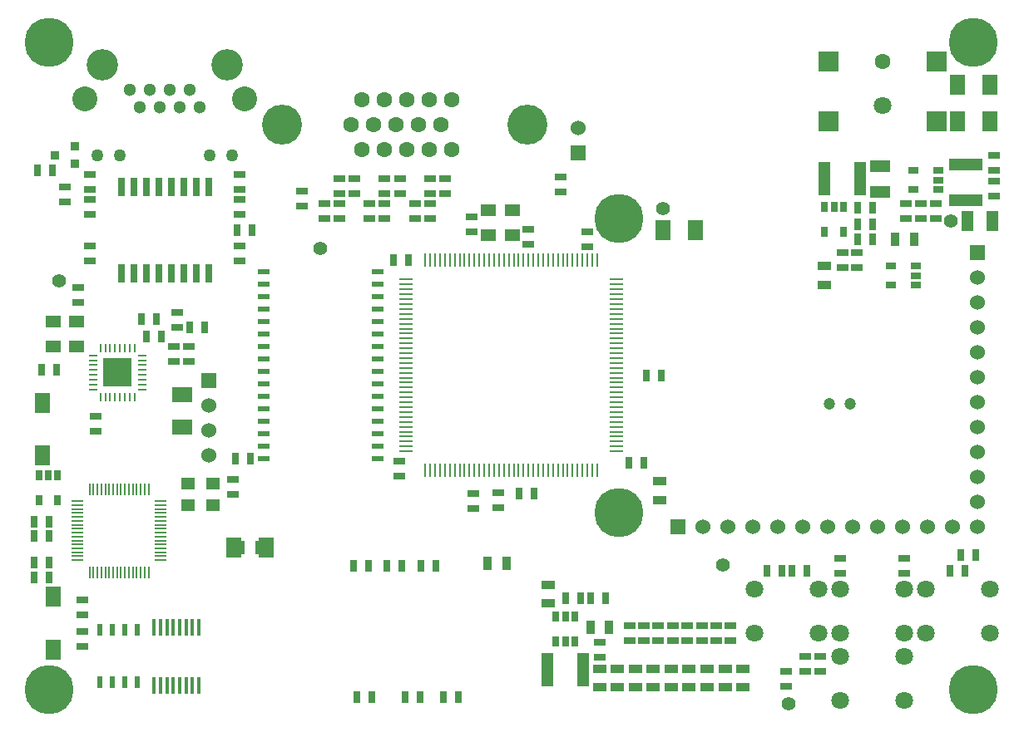
<source format=gts>
G04 (created by PCBNEW (2013-mar-13)-stable) date Thu 30 Jun 2016 11:10:47 AM CEST*
%MOIN*%
G04 Gerber Fmt 3.4, Leading zero omitted, Abs format*
%FSLAX34Y34*%
G01*
G70*
G90*
G04 APERTURE LIST*
%ADD10C,0.005906*%
%ADD11C,0.051181*%
%ADD12C,0.125984*%
%ADD13C,0.100000*%
%ADD14C,0.050000*%
%ADD15C,0.160000*%
%ADD16C,0.063000*%
%ADD17R,0.053100X0.011400*%
%ADD18R,0.011400X0.053100*%
%ADD19R,0.031500X0.074800*%
%ADD20R,0.008063X0.047200*%
%ADD21R,0.047200X0.008063*%
%ADD22R,0.033500X0.011000*%
%ADD23R,0.011000X0.033500*%
%ADD24R,0.118100X0.118100*%
%ADD25R,0.045000X0.025000*%
%ADD26R,0.025000X0.045000*%
%ADD27R,0.050000X0.023622*%
%ADD28R,0.027600X0.039400*%
%ADD29R,0.051181X0.133858*%
%ADD30R,0.020000X0.045000*%
%ADD31R,0.035000X0.055000*%
%ADD32R,0.055000X0.035000*%
%ADD33R,0.059055X0.078740*%
%ADD34R,0.011800X0.070100*%
%ADD35R,0.080000X0.060000*%
%ADD36R,0.078740X0.078740*%
%ADD37C,0.062992*%
%ADD38C,0.070866*%
%ADD39R,0.060000X0.080000*%
%ADD40R,0.133858X0.051181*%
%ADD41R,0.039400X0.027600*%
%ADD42R,0.047200X0.078700*%
%ADD43R,0.055100X0.047200*%
%ADD44R,0.036000X0.036000*%
%ADD45R,0.060000X0.060000*%
%ADD46C,0.060000*%
%ADD47R,0.078700X0.047200*%
%ADD48C,0.196850*%
%ADD49C,0.055100*%
%ADD50C,0.070900*%
%ADD51C,0.047200*%
%ADD52R,0.059055X0.048800*%
G04 APERTURE END LIST*
G54D10*
G54D11*
X44570Y-22810D03*
X45775Y-23510D03*
X44972Y-23510D03*
X43767Y-22810D03*
X44169Y-23510D03*
X45374Y-22810D03*
X46578Y-23510D03*
X46177Y-22810D03*
G54D12*
X47673Y-21810D03*
X42673Y-21810D03*
G54D13*
X48374Y-23160D03*
X41972Y-23160D03*
G54D14*
X47874Y-25424D03*
X46972Y-25424D03*
X43374Y-25424D03*
X42472Y-25424D03*
G54D15*
X49854Y-24190D03*
X59696Y-24190D03*
G54D16*
X56677Y-23190D03*
X56226Y-24190D03*
X55775Y-23190D03*
X54874Y-23190D03*
X53972Y-23190D03*
X53070Y-23190D03*
X55324Y-24190D03*
X54423Y-24190D03*
X53521Y-24190D03*
X52620Y-24190D03*
X56677Y-25190D03*
X55775Y-25190D03*
X54874Y-25190D03*
X53972Y-25190D03*
X53070Y-25190D03*
G54D17*
X54833Y-30413D03*
X54833Y-30610D03*
X54833Y-30807D03*
X54833Y-31004D03*
X54833Y-31201D03*
X54833Y-31397D03*
X54833Y-31594D03*
X54833Y-31791D03*
X54833Y-31988D03*
X54833Y-32185D03*
X54833Y-32382D03*
X54833Y-32578D03*
X54833Y-32775D03*
X54833Y-32972D03*
X54833Y-33169D03*
X54833Y-33366D03*
X54833Y-33563D03*
X54833Y-33760D03*
X54833Y-33956D03*
X54833Y-34153D03*
X54833Y-34350D03*
X54833Y-34547D03*
X54833Y-34744D03*
X54833Y-34941D03*
X54833Y-35138D03*
X54833Y-35334D03*
X54833Y-35531D03*
X54833Y-35728D03*
X54833Y-35925D03*
X54833Y-36122D03*
X54833Y-36319D03*
X54833Y-36515D03*
X54833Y-36712D03*
X54833Y-36909D03*
X54833Y-37106D03*
X54833Y-37303D03*
G54D18*
X55610Y-38080D03*
X55807Y-38080D03*
X56004Y-38080D03*
X56201Y-38080D03*
X56398Y-38080D03*
X56594Y-38080D03*
X56791Y-38080D03*
X56988Y-38080D03*
X57185Y-38080D03*
X57382Y-38080D03*
X57579Y-38080D03*
X57775Y-38080D03*
X57972Y-38080D03*
X58169Y-38080D03*
X58366Y-38080D03*
X58563Y-38080D03*
X58760Y-38080D03*
X58957Y-38080D03*
X59153Y-38080D03*
X59350Y-38080D03*
X59547Y-38080D03*
X59744Y-38080D03*
X59941Y-38080D03*
X60138Y-38080D03*
X60335Y-38080D03*
X60531Y-38080D03*
X60728Y-38080D03*
X60925Y-38080D03*
X61122Y-38080D03*
X61319Y-38080D03*
X61516Y-38080D03*
X61712Y-38080D03*
X61909Y-38080D03*
X62106Y-38080D03*
X62303Y-38080D03*
X62500Y-38080D03*
G54D17*
X63277Y-37303D03*
X63277Y-37106D03*
X63277Y-36909D03*
X63277Y-36712D03*
X63277Y-36515D03*
X63277Y-36319D03*
X63277Y-36122D03*
X63277Y-35925D03*
X63277Y-35728D03*
X63277Y-35531D03*
X63277Y-35334D03*
X63277Y-35138D03*
X63277Y-34941D03*
X63277Y-34744D03*
X63277Y-34547D03*
X63277Y-34350D03*
X63277Y-34153D03*
X63277Y-33956D03*
X63277Y-33760D03*
X63277Y-33563D03*
X63277Y-33366D03*
X63277Y-33169D03*
X63277Y-32972D03*
X63277Y-32775D03*
X63277Y-32578D03*
X63277Y-32382D03*
X63277Y-32185D03*
X63277Y-31988D03*
X63277Y-31791D03*
X63277Y-31594D03*
X63277Y-31397D03*
X63277Y-31201D03*
X63277Y-31004D03*
X63277Y-30807D03*
X63277Y-30610D03*
X63277Y-30413D03*
G54D18*
X62500Y-29636D03*
X62303Y-29636D03*
X62106Y-29636D03*
X61909Y-29636D03*
X61712Y-29636D03*
X61516Y-29636D03*
X61319Y-29636D03*
X61122Y-29636D03*
X60925Y-29636D03*
X60728Y-29636D03*
X60531Y-29636D03*
X60335Y-29636D03*
X60138Y-29636D03*
X59941Y-29636D03*
X59744Y-29636D03*
X59547Y-29636D03*
X59350Y-29636D03*
X59153Y-29636D03*
X58957Y-29636D03*
X58760Y-29636D03*
X58563Y-29636D03*
X58366Y-29636D03*
X58169Y-29636D03*
X57972Y-29636D03*
X57775Y-29636D03*
X57579Y-29636D03*
X57382Y-29636D03*
X57185Y-29636D03*
X56988Y-29636D03*
X56791Y-29636D03*
X56594Y-29636D03*
X56398Y-29636D03*
X56201Y-29636D03*
X56004Y-29636D03*
X55807Y-29636D03*
X55610Y-29636D03*
G54D19*
X44923Y-30154D03*
X45423Y-30154D03*
X45923Y-30154D03*
X44423Y-30154D03*
X46423Y-30154D03*
X43923Y-30154D03*
X43423Y-30154D03*
X46923Y-30154D03*
X43423Y-26706D03*
X46923Y-26706D03*
X46423Y-26706D03*
X45923Y-26706D03*
X45423Y-26706D03*
X44923Y-26706D03*
X44423Y-26706D03*
X43923Y-26706D03*
G54D20*
X44521Y-38817D03*
X44363Y-38817D03*
X44206Y-38817D03*
X44048Y-38817D03*
X43891Y-38817D03*
X43733Y-38817D03*
X43576Y-38817D03*
X43418Y-38817D03*
X43261Y-38817D03*
X43103Y-38817D03*
X42946Y-38817D03*
X42788Y-38817D03*
X42631Y-38817D03*
X42473Y-38817D03*
X42316Y-38817D03*
X42158Y-38817D03*
G54D21*
X41667Y-39308D03*
X41667Y-39466D03*
X41667Y-39623D03*
X41667Y-39781D03*
X41667Y-39938D03*
X41667Y-40096D03*
X41667Y-40253D03*
X41667Y-40411D03*
G54D20*
X42158Y-42163D03*
X42316Y-42163D03*
X42473Y-42163D03*
X42631Y-42163D03*
X42788Y-42163D03*
X42946Y-42163D03*
X43103Y-42163D03*
X43261Y-42163D03*
X43418Y-42163D03*
X43576Y-42163D03*
X43733Y-42163D03*
X43891Y-42163D03*
G54D21*
X45013Y-41671D03*
X45013Y-41513D03*
X45013Y-41356D03*
X45013Y-41198D03*
X45013Y-41041D03*
X45013Y-40883D03*
X45013Y-40726D03*
X45013Y-40568D03*
X45013Y-40411D03*
X45013Y-40253D03*
X45013Y-40096D03*
X45013Y-39938D03*
X41667Y-40568D03*
X41667Y-40726D03*
X41667Y-40883D03*
X41667Y-41041D03*
X41667Y-41198D03*
X41667Y-41356D03*
X41667Y-41513D03*
X41667Y-41671D03*
G54D20*
X44048Y-42163D03*
X44206Y-42163D03*
X44363Y-42163D03*
X44521Y-42163D03*
G54D21*
X45013Y-39781D03*
X45013Y-39623D03*
X45013Y-39466D03*
X45013Y-39308D03*
G54D22*
X42296Y-34829D03*
G54D23*
X42591Y-35124D03*
G54D22*
X44264Y-34829D03*
X44264Y-34632D03*
X44264Y-34435D03*
X44264Y-34238D03*
X44264Y-33845D03*
X44264Y-33648D03*
G54D23*
X43182Y-33156D03*
G54D22*
X44264Y-33451D03*
G54D23*
X43969Y-33156D03*
X43772Y-33156D03*
X43575Y-33156D03*
X43378Y-33156D03*
X42985Y-33156D03*
X42788Y-33156D03*
X42591Y-33156D03*
G54D22*
X42296Y-33451D03*
X42296Y-33648D03*
X42296Y-33845D03*
X42296Y-34042D03*
X42296Y-34238D03*
X42296Y-34435D03*
X42296Y-34632D03*
G54D24*
X43280Y-34140D03*
G54D22*
X44264Y-34042D03*
G54D23*
X43969Y-35124D03*
X43772Y-35124D03*
X43575Y-35124D03*
X43378Y-35124D03*
X43182Y-35124D03*
X42985Y-35124D03*
X42788Y-35124D03*
G54D25*
X42170Y-29060D03*
X42170Y-29660D03*
X48170Y-29060D03*
X48170Y-29660D03*
X51570Y-27380D03*
X51570Y-27980D03*
X52170Y-27980D03*
X52170Y-27380D03*
X52170Y-26980D03*
X52170Y-26380D03*
X52770Y-26980D03*
X52770Y-26380D03*
X53370Y-27380D03*
X53370Y-27980D03*
X53970Y-27980D03*
X53970Y-27380D03*
X53970Y-26980D03*
X53970Y-26380D03*
X54590Y-26980D03*
X54590Y-26380D03*
X55190Y-27380D03*
X55190Y-27980D03*
X55790Y-27980D03*
X55790Y-27380D03*
X55790Y-26980D03*
X55790Y-26380D03*
X56390Y-26980D03*
X56390Y-26380D03*
X48170Y-27200D03*
X48170Y-27800D03*
X42170Y-27800D03*
X42170Y-27200D03*
X42170Y-26800D03*
X42170Y-26200D03*
X48170Y-26200D03*
X48170Y-26800D03*
X45530Y-33710D03*
X45530Y-33110D03*
G54D26*
X44430Y-32690D03*
X45030Y-32690D03*
X46760Y-32340D03*
X46160Y-32340D03*
X40850Y-34030D03*
X40250Y-34030D03*
G54D25*
X46130Y-33110D03*
X46130Y-33710D03*
G54D26*
X44220Y-32010D03*
X44820Y-32010D03*
G54D25*
X45660Y-32340D03*
X45660Y-31740D03*
G54D27*
X49126Y-31608D03*
X49126Y-32108D03*
X49126Y-32608D03*
X49126Y-33108D03*
X49126Y-33608D03*
X49126Y-35608D03*
X49126Y-36108D03*
X49126Y-36608D03*
X49126Y-37108D03*
X49126Y-37608D03*
X53693Y-37608D03*
X53693Y-37108D03*
X53693Y-36608D03*
X53693Y-36108D03*
X53693Y-35608D03*
X53693Y-33608D03*
X53693Y-33108D03*
X53693Y-32608D03*
X53693Y-32108D03*
X53693Y-31608D03*
X53693Y-31108D03*
X53693Y-30608D03*
X53693Y-30108D03*
X53693Y-35108D03*
X53693Y-34608D03*
X53693Y-34108D03*
X49126Y-35108D03*
X49126Y-34608D03*
X49126Y-34108D03*
X49126Y-31108D03*
X49126Y-30608D03*
X49126Y-30108D03*
G54D26*
X53460Y-47160D03*
X52860Y-47160D03*
X54800Y-47160D03*
X55400Y-47160D03*
X53330Y-41890D03*
X52730Y-41890D03*
X61220Y-43210D03*
X61820Y-43210D03*
X62220Y-43210D03*
X62820Y-43210D03*
X54680Y-41890D03*
X54080Y-41890D03*
G54D28*
X60845Y-43940D03*
X61220Y-43940D03*
X61595Y-43940D03*
X61595Y-44940D03*
X61220Y-44940D03*
X60845Y-44940D03*
G54D29*
X61923Y-46055D03*
X60506Y-46055D03*
G54D30*
X42560Y-44480D03*
X42560Y-46580D03*
X43060Y-44480D03*
X43560Y-44480D03*
X44060Y-44480D03*
X43060Y-46580D03*
X43560Y-46580D03*
X44060Y-46580D03*
G54D26*
X64360Y-37780D03*
X63760Y-37780D03*
G54D31*
X62225Y-44350D03*
X62975Y-44350D03*
G54D32*
X60525Y-42655D03*
X60525Y-43405D03*
G54D26*
X56030Y-41890D03*
X55430Y-41890D03*
X40530Y-42360D03*
X39930Y-42360D03*
X39930Y-41760D03*
X40530Y-41760D03*
G54D33*
X40700Y-45272D03*
X40700Y-43147D03*
G54D34*
X44744Y-46699D03*
X45000Y-46699D03*
X45256Y-46699D03*
X45512Y-46699D03*
X45767Y-46699D03*
X46023Y-46699D03*
X46279Y-46699D03*
X46535Y-46699D03*
X46535Y-44361D03*
X46279Y-44361D03*
X46023Y-44361D03*
X45767Y-44361D03*
X45512Y-44361D03*
X45256Y-44361D03*
X45000Y-44361D03*
X44744Y-44361D03*
G54D35*
X45860Y-35020D03*
X45860Y-36320D03*
G54D26*
X40530Y-40120D03*
X39930Y-40120D03*
G54D33*
X40280Y-35354D03*
X40280Y-37480D03*
G54D36*
X76115Y-21660D03*
X71784Y-21660D03*
G54D37*
X73950Y-21660D03*
G54D36*
X76115Y-24081D03*
X71784Y-24081D03*
G54D38*
X73950Y-23431D03*
G54D32*
X68340Y-46015D03*
X68340Y-46765D03*
G54D25*
X67850Y-44310D03*
X67850Y-44910D03*
G54D32*
X63300Y-46015D03*
X63300Y-46765D03*
G54D25*
X63790Y-44310D03*
X63790Y-44910D03*
X67270Y-44310D03*
X67270Y-44910D03*
X66690Y-44310D03*
X66690Y-44910D03*
X66110Y-44310D03*
X66110Y-44910D03*
X65530Y-44310D03*
X65530Y-44910D03*
X64950Y-44310D03*
X64950Y-44910D03*
X64370Y-44310D03*
X64370Y-44910D03*
G54D32*
X67620Y-46015D03*
X67620Y-46765D03*
X66900Y-46015D03*
X66900Y-46765D03*
X66180Y-46015D03*
X66180Y-46765D03*
X65460Y-46015D03*
X65460Y-46765D03*
X64740Y-46015D03*
X64740Y-46765D03*
X64020Y-46015D03*
X64020Y-46765D03*
G54D39*
X76920Y-22600D03*
X78220Y-22600D03*
X76920Y-24070D03*
X78220Y-24070D03*
G54D25*
X76060Y-27960D03*
X76060Y-27360D03*
G54D40*
X77270Y-25801D03*
X77270Y-27218D03*
G54D25*
X75460Y-27960D03*
X75460Y-27360D03*
X74860Y-27360D03*
X74860Y-27960D03*
G54D41*
X75160Y-26795D03*
X75160Y-26045D03*
X76160Y-26045D03*
X76160Y-26420D03*
X76160Y-26795D03*
G54D42*
X77328Y-28080D03*
X78352Y-28080D03*
G54D43*
X47100Y-38597D03*
X46100Y-38597D03*
X46100Y-39463D03*
X47100Y-39463D03*
G54D25*
X41690Y-31330D03*
X41690Y-30730D03*
X47910Y-39030D03*
X47910Y-38430D03*
X42400Y-35900D03*
X42400Y-36500D03*
G54D39*
X47940Y-41160D03*
X49240Y-41160D03*
G54D26*
X48670Y-28430D03*
X48070Y-28430D03*
G54D25*
X41180Y-27300D03*
X41180Y-26700D03*
G54D44*
X41580Y-25080D03*
X41580Y-25780D03*
X40780Y-25430D03*
G54D26*
X40080Y-26040D03*
X40680Y-26040D03*
G54D25*
X41880Y-43250D03*
X41880Y-43850D03*
G54D45*
X46920Y-34480D03*
G54D46*
X46920Y-35480D03*
X46920Y-36480D03*
X46920Y-37480D03*
G54D41*
X74280Y-30625D03*
X74280Y-29875D03*
X75280Y-29875D03*
X75280Y-30250D03*
X75280Y-30625D03*
G54D29*
X71611Y-26370D03*
X73028Y-26370D03*
G54D28*
X72365Y-28490D03*
X71615Y-28490D03*
X71615Y-27490D03*
X71990Y-27490D03*
X72365Y-27490D03*
G54D26*
X72930Y-27520D03*
X73530Y-27520D03*
G54D47*
X73830Y-25858D03*
X73830Y-26882D03*
G54D26*
X73530Y-28190D03*
X72930Y-28190D03*
X72930Y-28790D03*
X73530Y-28790D03*
G54D48*
X63385Y-39763D03*
X63385Y-27952D03*
G54D49*
X65140Y-27560D03*
G54D25*
X54560Y-37710D03*
X54560Y-38310D03*
G54D26*
X48600Y-37610D03*
X48000Y-37610D03*
G54D25*
X57460Y-28510D03*
X57460Y-27910D03*
X59740Y-28990D03*
X59740Y-28390D03*
X62110Y-29100D03*
X62110Y-28500D03*
X58550Y-38970D03*
X58550Y-39570D03*
G54D39*
X65140Y-28440D03*
X66440Y-28440D03*
G54D25*
X61050Y-26890D03*
X61050Y-26290D03*
X50660Y-27480D03*
X50660Y-26880D03*
G54D26*
X70290Y-42100D03*
X70890Y-42100D03*
G54D25*
X74800Y-42210D03*
X74800Y-41610D03*
G54D26*
X76650Y-42100D03*
X77250Y-42100D03*
G54D25*
X71450Y-45530D03*
X71450Y-46130D03*
G54D26*
X69290Y-42100D03*
X69890Y-42100D03*
G54D25*
X72240Y-41610D03*
X72240Y-42210D03*
G54D26*
X77670Y-41450D03*
X77070Y-41450D03*
G54D25*
X70850Y-46130D03*
X70850Y-45530D03*
G54D50*
X71370Y-44606D03*
X68810Y-44606D03*
X71370Y-42834D03*
X68810Y-42834D03*
X74800Y-44606D03*
X72240Y-44606D03*
X74800Y-42834D03*
X72240Y-42834D03*
X78230Y-44606D03*
X75670Y-44606D03*
X78230Y-42834D03*
X75670Y-42834D03*
X74800Y-47306D03*
X72240Y-47306D03*
X74800Y-45534D03*
X72240Y-45534D03*
G54D31*
X74440Y-28790D03*
X75190Y-28790D03*
G54D32*
X62600Y-46025D03*
X62600Y-46775D03*
G54D25*
X62590Y-45570D03*
X62590Y-44970D03*
G54D31*
X58865Y-41790D03*
X58115Y-41790D03*
G54D25*
X41880Y-45130D03*
X41880Y-44530D03*
G54D49*
X76685Y-28080D03*
G54D25*
X70060Y-46730D03*
X70060Y-46130D03*
G54D26*
X56940Y-47160D03*
X56340Y-47160D03*
G54D28*
X40885Y-39250D03*
X40135Y-39250D03*
X40135Y-38250D03*
X40510Y-38250D03*
X40885Y-38250D03*
G54D26*
X64460Y-34270D03*
X65060Y-34270D03*
X39930Y-40700D03*
X40530Y-40700D03*
G54D25*
X57540Y-39000D03*
X57540Y-39600D03*
G54D26*
X59360Y-38990D03*
X59960Y-38990D03*
G54D51*
X72630Y-35410D03*
X71810Y-35410D03*
G54D45*
X61740Y-25338D03*
G54D46*
X61740Y-24338D03*
G54D26*
X54920Y-29640D03*
X54320Y-29640D03*
G54D48*
X40531Y-20885D03*
X77566Y-20885D03*
X40531Y-46881D03*
X77566Y-46881D03*
G54D49*
X67540Y-41850D03*
X51410Y-29170D03*
G54D45*
X77740Y-29338D03*
G54D46*
X77740Y-30338D03*
X77740Y-31338D03*
X77740Y-32338D03*
X77740Y-33338D03*
X77740Y-34338D03*
X77740Y-35338D03*
X77740Y-36338D03*
X77740Y-37338D03*
X77740Y-38338D03*
X77740Y-39338D03*
X77740Y-40338D03*
G54D45*
X65740Y-40338D03*
G54D46*
X66740Y-40338D03*
X67740Y-40338D03*
X68740Y-40338D03*
X69740Y-40338D03*
X70740Y-40338D03*
X71740Y-40338D03*
X72740Y-40338D03*
X73740Y-40338D03*
X74740Y-40338D03*
X75740Y-40338D03*
X76740Y-40338D03*
G54D49*
X40920Y-30480D03*
G54D52*
X40687Y-32110D03*
X40687Y-33110D03*
X41652Y-33110D03*
X41652Y-32110D03*
X58127Y-27630D03*
X58127Y-28630D03*
X59092Y-28630D03*
X59092Y-27630D03*
G54D32*
X71600Y-30625D03*
X71600Y-29875D03*
G54D25*
X78400Y-26030D03*
X78400Y-25430D03*
X78400Y-27050D03*
X78400Y-26450D03*
X72910Y-29315D03*
X72910Y-29915D03*
X72320Y-29915D03*
X72320Y-29315D03*
G54D49*
X70160Y-47430D03*
G54D32*
X65010Y-39255D03*
X65010Y-38505D03*
G54D31*
X48215Y-41160D03*
X48965Y-41160D03*
M02*

</source>
